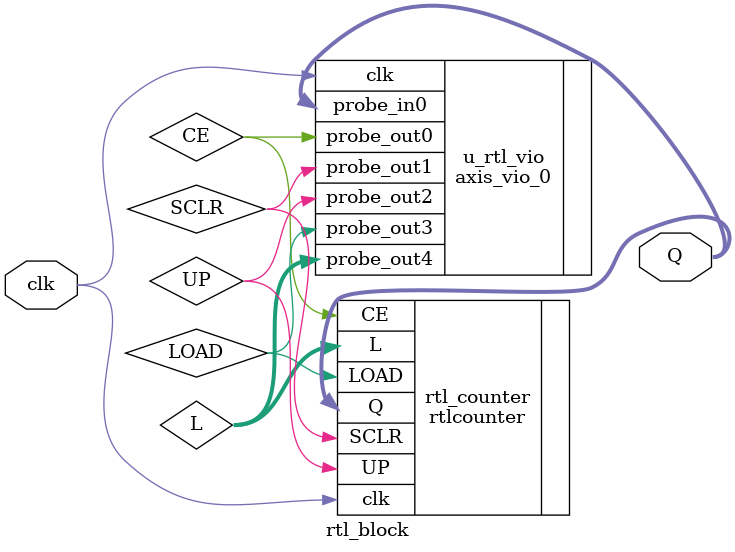
<source format=v>
/*
Copyright (C) 2023, Advanced Micro Devices, Inc. All rights reserved.
SPDX-License-Identifier: MIT
*/


`timescale 1ns / 1ps


module rtl_block(

    input clk,
    output [31:0] Q

    );
    
(* MARK_DEBUG = "TRUE" *) wire [31:0] Q;
(* MARK_DEBUG = "TRUE" *) wire CE;
(* MARK_DEBUG = "TRUE" *) wire SCLR;
(* MARK_DEBUG = "TRUE" *) wire UP;
(* MARK_DEBUG = "TRUE" *) wire LOAD;
(* MARK_DEBUG = "TRUE" *) wire [31:0] L;

    
rtlcounter rtl_counter (
	.clk(clk),
	.CE(CE),
	.SCLR(SCLR),
	.UP(UP),
	.LOAD(LOAD),
	.L(L),
	.Q(Q)
);    


axis_vio_0 u_rtl_vio (
  .probe_in0(Q),    // input wire [31 : 0] probe_in0
  .probe_out0(CE),  // output wire [0 : 0] probe_out0
  .probe_out1(SCLR),  // output wire [0 : 0] probe_out1
  .probe_out2(UP),  // output wire [0 : 0] probe_out2
  .probe_out3(LOAD),  // output wire [0 : 0] probe_out3
  .probe_out4(L),  // output wire [31 : 0] probe_out4
  .clk(clk)                // input wire clk
);   

    
    
endmodule

</source>
